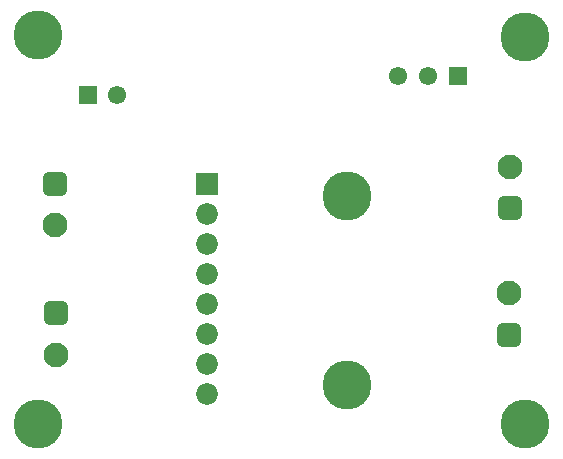
<source format=gbs>
G04*
G04 #@! TF.GenerationSoftware,Altium Limited,Altium Designer,23.10.1 (27)*
G04*
G04 Layer_Color=16711935*
%FSLAX44Y44*%
%MOMM*%
G71*
G04*
G04 #@! TF.SameCoordinates,1345ED2D-9207-4A2D-A8D2-642164562389*
G04*
G04*
G04 #@! TF.FilePolarity,Negative*
G04*
G01*
G75*
%ADD16C,4.1500*%
%ADD17C,1.5500*%
%ADD18R,1.5500X1.5500*%
%ADD19C,1.8400*%
%ADD20R,1.8400X1.8400*%
G04:AMPARAMS|DCode=21|XSize=2.1mm|YSize=2.1mm|CornerRadius=0.5625mm|HoleSize=0mm|Usage=FLASHONLY|Rotation=90.000|XOffset=0mm|YOffset=0mm|HoleType=Round|Shape=RoundedRectangle|*
%AMROUNDEDRECTD21*
21,1,2.1000,0.9750,0,0,90.0*
21,1,0.9750,2.1000,0,0,90.0*
1,1,1.1250,0.4875,0.4875*
1,1,1.1250,0.4875,-0.4875*
1,1,1.1250,-0.4875,-0.4875*
1,1,1.1250,-0.4875,0.4875*
%
%ADD21ROUNDEDRECTD21*%
%ADD22C,2.1000*%
D16*
X524510Y304800D02*
D03*
Y464820D02*
D03*
X675640Y271780D02*
D03*
Y599440D02*
D03*
X262890Y271780D02*
D03*
Y600710D02*
D03*
D17*
X567690Y566420D02*
D03*
X593090D02*
D03*
X330000Y550080D02*
D03*
D18*
X618490Y566420D02*
D03*
X305000Y550080D02*
D03*
D19*
X406400Y297180D02*
D03*
Y322580D02*
D03*
Y347980D02*
D03*
Y373380D02*
D03*
Y398780D02*
D03*
Y424180D02*
D03*
Y449580D02*
D03*
D20*
Y474980D02*
D03*
D21*
X662940Y453950D02*
D03*
X277670Y474700D02*
D03*
X662130Y346990D02*
D03*
X278130Y365200D02*
D03*
D22*
X662940Y488950D02*
D03*
X277670Y439700D02*
D03*
X662130Y381990D02*
D03*
X278130Y330200D02*
D03*
M02*

</source>
